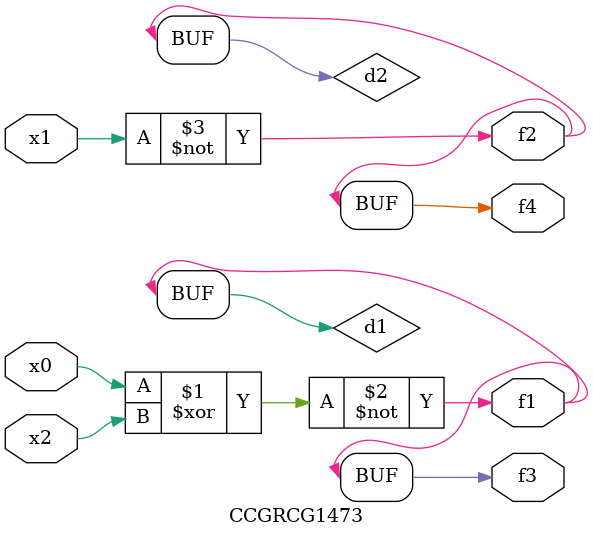
<source format=v>
module CCGRCG1473(
	input x0, x1, x2,
	output f1, f2, f3, f4
);

	wire d1, d2, d3;

	xnor (d1, x0, x2);
	nand (d2, x1);
	nor (d3, x1, x2);
	assign f1 = d1;
	assign f2 = d2;
	assign f3 = d1;
	assign f4 = d2;
endmodule

</source>
